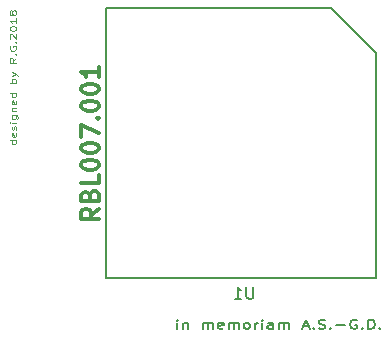
<source format=gbo>
%TF.GenerationSoftware,KiCad,Pcbnew,4.0.2+dfsg1-stable*%
%TF.CreationDate,2018-11-15T01:04:14+01:00*%
%TF.ProjectId,A600MPU-Adapter,413630304D50552D416461707465722E,rev?*%
%TF.FileFunction,Legend,Bot*%
%FSLAX46Y46*%
G04 Gerber Fmt 4.6, Leading zero omitted, Abs format (unit mm)*
G04 Created by KiCad (PCBNEW 4.0.2+dfsg1-stable) date Thu 15 Nov 2018 01:04:14 CET*
%MOMM*%
G01*
G04 APERTURE LIST*
%ADD10C,0.100000*%
%ADD11C,0.300000*%
%ADD12C,0.187500*%
%ADD13C,0.150000*%
G04 APERTURE END LIST*
D10*
D11*
X150538571Y-109675713D02*
X149824286Y-110175713D01*
X150538571Y-110532856D02*
X149038571Y-110532856D01*
X149038571Y-109961428D01*
X149110000Y-109818570D01*
X149181429Y-109747142D01*
X149324286Y-109675713D01*
X149538571Y-109675713D01*
X149681429Y-109747142D01*
X149752857Y-109818570D01*
X149824286Y-109961428D01*
X149824286Y-110532856D01*
X149752857Y-108532856D02*
X149824286Y-108318570D01*
X149895714Y-108247142D01*
X150038571Y-108175713D01*
X150252857Y-108175713D01*
X150395714Y-108247142D01*
X150467143Y-108318570D01*
X150538571Y-108461428D01*
X150538571Y-109032856D01*
X149038571Y-109032856D01*
X149038571Y-108532856D01*
X149110000Y-108389999D01*
X149181429Y-108318570D01*
X149324286Y-108247142D01*
X149467143Y-108247142D01*
X149610000Y-108318570D01*
X149681429Y-108389999D01*
X149752857Y-108532856D01*
X149752857Y-109032856D01*
X150538571Y-106818570D02*
X150538571Y-107532856D01*
X149038571Y-107532856D01*
X149038571Y-106032856D02*
X149038571Y-105889999D01*
X149110000Y-105747142D01*
X149181429Y-105675713D01*
X149324286Y-105604284D01*
X149610000Y-105532856D01*
X149967143Y-105532856D01*
X150252857Y-105604284D01*
X150395714Y-105675713D01*
X150467143Y-105747142D01*
X150538571Y-105889999D01*
X150538571Y-106032856D01*
X150467143Y-106175713D01*
X150395714Y-106247142D01*
X150252857Y-106318570D01*
X149967143Y-106389999D01*
X149610000Y-106389999D01*
X149324286Y-106318570D01*
X149181429Y-106247142D01*
X149110000Y-106175713D01*
X149038571Y-106032856D01*
X149038571Y-104604285D02*
X149038571Y-104461428D01*
X149110000Y-104318571D01*
X149181429Y-104247142D01*
X149324286Y-104175713D01*
X149610000Y-104104285D01*
X149967143Y-104104285D01*
X150252857Y-104175713D01*
X150395714Y-104247142D01*
X150467143Y-104318571D01*
X150538571Y-104461428D01*
X150538571Y-104604285D01*
X150467143Y-104747142D01*
X150395714Y-104818571D01*
X150252857Y-104889999D01*
X149967143Y-104961428D01*
X149610000Y-104961428D01*
X149324286Y-104889999D01*
X149181429Y-104818571D01*
X149110000Y-104747142D01*
X149038571Y-104604285D01*
X149038571Y-103604285D02*
X149038571Y-102604285D01*
X150538571Y-103247142D01*
X150395714Y-102032857D02*
X150467143Y-101961429D01*
X150538571Y-102032857D01*
X150467143Y-102104286D01*
X150395714Y-102032857D01*
X150538571Y-102032857D01*
X149038571Y-101032857D02*
X149038571Y-100890000D01*
X149110000Y-100747143D01*
X149181429Y-100675714D01*
X149324286Y-100604285D01*
X149610000Y-100532857D01*
X149967143Y-100532857D01*
X150252857Y-100604285D01*
X150395714Y-100675714D01*
X150467143Y-100747143D01*
X150538571Y-100890000D01*
X150538571Y-101032857D01*
X150467143Y-101175714D01*
X150395714Y-101247143D01*
X150252857Y-101318571D01*
X149967143Y-101390000D01*
X149610000Y-101390000D01*
X149324286Y-101318571D01*
X149181429Y-101247143D01*
X149110000Y-101175714D01*
X149038571Y-101032857D01*
X149038571Y-99604286D02*
X149038571Y-99461429D01*
X149110000Y-99318572D01*
X149181429Y-99247143D01*
X149324286Y-99175714D01*
X149610000Y-99104286D01*
X149967143Y-99104286D01*
X150252857Y-99175714D01*
X150395714Y-99247143D01*
X150467143Y-99318572D01*
X150538571Y-99461429D01*
X150538571Y-99604286D01*
X150467143Y-99747143D01*
X150395714Y-99818572D01*
X150252857Y-99890000D01*
X149967143Y-99961429D01*
X149610000Y-99961429D01*
X149324286Y-99890000D01*
X149181429Y-99818572D01*
X149110000Y-99747143D01*
X149038571Y-99604286D01*
X150538571Y-97675715D02*
X150538571Y-98532858D01*
X150538571Y-98104286D02*
X149038571Y-98104286D01*
X149252857Y-98247143D01*
X149395714Y-98390001D01*
X149467143Y-98532858D01*
D12*
X157163573Y-119846286D02*
X157163573Y-119346286D01*
X157163573Y-119096286D02*
X157115954Y-119132000D01*
X157163573Y-119167714D01*
X157211192Y-119132000D01*
X157163573Y-119096286D01*
X157163573Y-119167714D01*
X157639763Y-119346286D02*
X157639763Y-119846286D01*
X157639763Y-119417714D02*
X157687382Y-119382000D01*
X157782620Y-119346286D01*
X157925478Y-119346286D01*
X158020716Y-119382000D01*
X158068335Y-119453429D01*
X158068335Y-119846286D01*
X159306430Y-119846286D02*
X159306430Y-119346286D01*
X159306430Y-119417714D02*
X159354049Y-119382000D01*
X159449287Y-119346286D01*
X159592145Y-119346286D01*
X159687383Y-119382000D01*
X159735002Y-119453429D01*
X159735002Y-119846286D01*
X159735002Y-119453429D02*
X159782621Y-119382000D01*
X159877859Y-119346286D01*
X160020716Y-119346286D01*
X160115954Y-119382000D01*
X160163573Y-119453429D01*
X160163573Y-119846286D01*
X161020716Y-119810571D02*
X160925478Y-119846286D01*
X160735001Y-119846286D01*
X160639763Y-119810571D01*
X160592144Y-119739143D01*
X160592144Y-119453429D01*
X160639763Y-119382000D01*
X160735001Y-119346286D01*
X160925478Y-119346286D01*
X161020716Y-119382000D01*
X161068335Y-119453429D01*
X161068335Y-119524857D01*
X160592144Y-119596286D01*
X161496906Y-119846286D02*
X161496906Y-119346286D01*
X161496906Y-119417714D02*
X161544525Y-119382000D01*
X161639763Y-119346286D01*
X161782621Y-119346286D01*
X161877859Y-119382000D01*
X161925478Y-119453429D01*
X161925478Y-119846286D01*
X161925478Y-119453429D02*
X161973097Y-119382000D01*
X162068335Y-119346286D01*
X162211192Y-119346286D01*
X162306430Y-119382000D01*
X162354049Y-119453429D01*
X162354049Y-119846286D01*
X162973096Y-119846286D02*
X162877858Y-119810571D01*
X162830239Y-119774857D01*
X162782620Y-119703429D01*
X162782620Y-119489143D01*
X162830239Y-119417714D01*
X162877858Y-119382000D01*
X162973096Y-119346286D01*
X163115954Y-119346286D01*
X163211192Y-119382000D01*
X163258811Y-119417714D01*
X163306430Y-119489143D01*
X163306430Y-119703429D01*
X163258811Y-119774857D01*
X163211192Y-119810571D01*
X163115954Y-119846286D01*
X162973096Y-119846286D01*
X163735001Y-119846286D02*
X163735001Y-119346286D01*
X163735001Y-119489143D02*
X163782620Y-119417714D01*
X163830239Y-119382000D01*
X163925477Y-119346286D01*
X164020716Y-119346286D01*
X164354049Y-119846286D02*
X164354049Y-119346286D01*
X164354049Y-119096286D02*
X164306430Y-119132000D01*
X164354049Y-119167714D01*
X164401668Y-119132000D01*
X164354049Y-119096286D01*
X164354049Y-119167714D01*
X165258811Y-119846286D02*
X165258811Y-119453429D01*
X165211192Y-119382000D01*
X165115954Y-119346286D01*
X164925477Y-119346286D01*
X164830239Y-119382000D01*
X165258811Y-119810571D02*
X165163573Y-119846286D01*
X164925477Y-119846286D01*
X164830239Y-119810571D01*
X164782620Y-119739143D01*
X164782620Y-119667714D01*
X164830239Y-119596286D01*
X164925477Y-119560571D01*
X165163573Y-119560571D01*
X165258811Y-119524857D01*
X165735001Y-119846286D02*
X165735001Y-119346286D01*
X165735001Y-119417714D02*
X165782620Y-119382000D01*
X165877858Y-119346286D01*
X166020716Y-119346286D01*
X166115954Y-119382000D01*
X166163573Y-119453429D01*
X166163573Y-119846286D01*
X166163573Y-119453429D02*
X166211192Y-119382000D01*
X166306430Y-119346286D01*
X166449287Y-119346286D01*
X166544525Y-119382000D01*
X166592144Y-119453429D01*
X166592144Y-119846286D01*
X167782620Y-119632000D02*
X168258811Y-119632000D01*
X167687382Y-119846286D02*
X168020715Y-119096286D01*
X168354049Y-119846286D01*
X168687382Y-119774857D02*
X168735001Y-119810571D01*
X168687382Y-119846286D01*
X168639763Y-119810571D01*
X168687382Y-119774857D01*
X168687382Y-119846286D01*
X169115953Y-119810571D02*
X169258810Y-119846286D01*
X169496906Y-119846286D01*
X169592144Y-119810571D01*
X169639763Y-119774857D01*
X169687382Y-119703429D01*
X169687382Y-119632000D01*
X169639763Y-119560571D01*
X169592144Y-119524857D01*
X169496906Y-119489143D01*
X169306429Y-119453429D01*
X169211191Y-119417714D01*
X169163572Y-119382000D01*
X169115953Y-119310571D01*
X169115953Y-119239143D01*
X169163572Y-119167714D01*
X169211191Y-119132000D01*
X169306429Y-119096286D01*
X169544525Y-119096286D01*
X169687382Y-119132000D01*
X170115953Y-119774857D02*
X170163572Y-119810571D01*
X170115953Y-119846286D01*
X170068334Y-119810571D01*
X170115953Y-119774857D01*
X170115953Y-119846286D01*
X170592143Y-119560571D02*
X171354048Y-119560571D01*
X172354048Y-119132000D02*
X172258810Y-119096286D01*
X172115953Y-119096286D01*
X171973095Y-119132000D01*
X171877857Y-119203429D01*
X171830238Y-119274857D01*
X171782619Y-119417714D01*
X171782619Y-119524857D01*
X171830238Y-119667714D01*
X171877857Y-119739143D01*
X171973095Y-119810571D01*
X172115953Y-119846286D01*
X172211191Y-119846286D01*
X172354048Y-119810571D01*
X172401667Y-119774857D01*
X172401667Y-119524857D01*
X172211191Y-119524857D01*
X172830238Y-119774857D02*
X172877857Y-119810571D01*
X172830238Y-119846286D01*
X172782619Y-119810571D01*
X172830238Y-119774857D01*
X172830238Y-119846286D01*
X173306428Y-119846286D02*
X173306428Y-119096286D01*
X173544523Y-119096286D01*
X173687381Y-119132000D01*
X173782619Y-119203429D01*
X173830238Y-119274857D01*
X173877857Y-119417714D01*
X173877857Y-119524857D01*
X173830238Y-119667714D01*
X173782619Y-119739143D01*
X173687381Y-119810571D01*
X173544523Y-119846286D01*
X173306428Y-119846286D01*
X174306428Y-119774857D02*
X174354047Y-119810571D01*
X174306428Y-119846286D01*
X174258809Y-119810571D01*
X174306428Y-119774857D01*
X174306428Y-119846286D01*
D10*
X143482190Y-103885332D02*
X142982190Y-103885332D01*
X143458381Y-103885332D02*
X143482190Y-103951999D01*
X143482190Y-104085332D01*
X143458381Y-104151999D01*
X143434571Y-104185332D01*
X143386952Y-104218666D01*
X143244095Y-104218666D01*
X143196476Y-104185332D01*
X143172667Y-104151999D01*
X143148857Y-104085332D01*
X143148857Y-103951999D01*
X143172667Y-103885332D01*
X143458381Y-103285333D02*
X143482190Y-103351999D01*
X143482190Y-103485333D01*
X143458381Y-103551999D01*
X143410762Y-103585333D01*
X143220286Y-103585333D01*
X143172667Y-103551999D01*
X143148857Y-103485333D01*
X143148857Y-103351999D01*
X143172667Y-103285333D01*
X143220286Y-103251999D01*
X143267905Y-103251999D01*
X143315524Y-103585333D01*
X143458381Y-102985333D02*
X143482190Y-102918666D01*
X143482190Y-102785333D01*
X143458381Y-102718666D01*
X143410762Y-102685333D01*
X143386952Y-102685333D01*
X143339333Y-102718666D01*
X143315524Y-102785333D01*
X143315524Y-102885333D01*
X143291714Y-102951999D01*
X143244095Y-102985333D01*
X143220286Y-102985333D01*
X143172667Y-102951999D01*
X143148857Y-102885333D01*
X143148857Y-102785333D01*
X143172667Y-102718666D01*
X143482190Y-102385332D02*
X143148857Y-102385332D01*
X142982190Y-102385332D02*
X143006000Y-102418666D01*
X143029810Y-102385332D01*
X143006000Y-102351999D01*
X142982190Y-102385332D01*
X143029810Y-102385332D01*
X143148857Y-101751999D02*
X143553619Y-101751999D01*
X143601238Y-101785333D01*
X143625048Y-101818666D01*
X143648857Y-101885333D01*
X143648857Y-101985333D01*
X143625048Y-102051999D01*
X143458381Y-101751999D02*
X143482190Y-101818666D01*
X143482190Y-101951999D01*
X143458381Y-102018666D01*
X143434571Y-102051999D01*
X143386952Y-102085333D01*
X143244095Y-102085333D01*
X143196476Y-102051999D01*
X143172667Y-102018666D01*
X143148857Y-101951999D01*
X143148857Y-101818666D01*
X143172667Y-101751999D01*
X143148857Y-101418666D02*
X143482190Y-101418666D01*
X143196476Y-101418666D02*
X143172667Y-101385333D01*
X143148857Y-101318666D01*
X143148857Y-101218666D01*
X143172667Y-101152000D01*
X143220286Y-101118666D01*
X143482190Y-101118666D01*
X143458381Y-100518667D02*
X143482190Y-100585333D01*
X143482190Y-100718667D01*
X143458381Y-100785333D01*
X143410762Y-100818667D01*
X143220286Y-100818667D01*
X143172667Y-100785333D01*
X143148857Y-100718667D01*
X143148857Y-100585333D01*
X143172667Y-100518667D01*
X143220286Y-100485333D01*
X143267905Y-100485333D01*
X143315524Y-100818667D01*
X143482190Y-99885333D02*
X142982190Y-99885333D01*
X143458381Y-99885333D02*
X143482190Y-99952000D01*
X143482190Y-100085333D01*
X143458381Y-100152000D01*
X143434571Y-100185333D01*
X143386952Y-100218667D01*
X143244095Y-100218667D01*
X143196476Y-100185333D01*
X143172667Y-100152000D01*
X143148857Y-100085333D01*
X143148857Y-99952000D01*
X143172667Y-99885333D01*
X143482190Y-99018667D02*
X142982190Y-99018667D01*
X143172667Y-99018667D02*
X143148857Y-98952001D01*
X143148857Y-98818667D01*
X143172667Y-98752001D01*
X143196476Y-98718667D01*
X143244095Y-98685334D01*
X143386952Y-98685334D01*
X143434571Y-98718667D01*
X143458381Y-98752001D01*
X143482190Y-98818667D01*
X143482190Y-98952001D01*
X143458381Y-99018667D01*
X143148857Y-98452001D02*
X143482190Y-98285334D01*
X143148857Y-98118668D02*
X143482190Y-98285334D01*
X143601238Y-98352001D01*
X143625048Y-98385334D01*
X143648857Y-98452001D01*
X143482190Y-96918668D02*
X143244095Y-97152002D01*
X143482190Y-97318668D02*
X142982190Y-97318668D01*
X142982190Y-97052002D01*
X143006000Y-96985335D01*
X143029810Y-96952002D01*
X143077429Y-96918668D01*
X143148857Y-96918668D01*
X143196476Y-96952002D01*
X143220286Y-96985335D01*
X143244095Y-97052002D01*
X143244095Y-97318668D01*
X143434571Y-96618668D02*
X143458381Y-96585335D01*
X143482190Y-96618668D01*
X143458381Y-96652002D01*
X143434571Y-96618668D01*
X143482190Y-96618668D01*
X143006000Y-95918669D02*
X142982190Y-95985335D01*
X142982190Y-96085335D01*
X143006000Y-96185335D01*
X143053619Y-96252002D01*
X143101238Y-96285335D01*
X143196476Y-96318669D01*
X143267905Y-96318669D01*
X143363143Y-96285335D01*
X143410762Y-96252002D01*
X143458381Y-96185335D01*
X143482190Y-96085335D01*
X143482190Y-96018669D01*
X143458381Y-95918669D01*
X143434571Y-95885335D01*
X143267905Y-95885335D01*
X143267905Y-96018669D01*
X143434571Y-95585335D02*
X143458381Y-95552002D01*
X143482190Y-95585335D01*
X143458381Y-95618669D01*
X143434571Y-95585335D01*
X143482190Y-95585335D01*
X143029810Y-95285336D02*
X143006000Y-95252002D01*
X142982190Y-95185336D01*
X142982190Y-95018669D01*
X143006000Y-94952002D01*
X143029810Y-94918669D01*
X143077429Y-94885336D01*
X143125048Y-94885336D01*
X143196476Y-94918669D01*
X143482190Y-95318669D01*
X143482190Y-94885336D01*
X142982190Y-94452002D02*
X142982190Y-94385335D01*
X143006000Y-94318669D01*
X143029810Y-94285335D01*
X143077429Y-94252002D01*
X143172667Y-94218669D01*
X143291714Y-94218669D01*
X143386952Y-94252002D01*
X143434571Y-94285335D01*
X143458381Y-94318669D01*
X143482190Y-94385335D01*
X143482190Y-94452002D01*
X143458381Y-94518669D01*
X143434571Y-94552002D01*
X143386952Y-94585335D01*
X143291714Y-94618669D01*
X143172667Y-94618669D01*
X143077429Y-94585335D01*
X143029810Y-94552002D01*
X143006000Y-94518669D01*
X142982190Y-94452002D01*
X143482190Y-93552002D02*
X143482190Y-93952002D01*
X143482190Y-93752002D02*
X142982190Y-93752002D01*
X143053619Y-93818668D01*
X143101238Y-93885335D01*
X143125048Y-93952002D01*
X143196476Y-93152001D02*
X143172667Y-93218668D01*
X143148857Y-93252001D01*
X143101238Y-93285335D01*
X143077429Y-93285335D01*
X143029810Y-93252001D01*
X143006000Y-93218668D01*
X142982190Y-93152001D01*
X142982190Y-93018668D01*
X143006000Y-92952001D01*
X143029810Y-92918668D01*
X143077429Y-92885335D01*
X143101238Y-92885335D01*
X143148857Y-92918668D01*
X143172667Y-92952001D01*
X143196476Y-93018668D01*
X143196476Y-93152001D01*
X143220286Y-93218668D01*
X143244095Y-93252001D01*
X143291714Y-93285335D01*
X143386952Y-93285335D01*
X143434571Y-93252001D01*
X143458381Y-93218668D01*
X143482190Y-93152001D01*
X143482190Y-93018668D01*
X143458381Y-92952001D01*
X143434571Y-92918668D01*
X143386952Y-92885335D01*
X143291714Y-92885335D01*
X143244095Y-92918668D01*
X143220286Y-92952001D01*
X143196476Y-93018668D01*
D13*
X170180000Y-92710000D02*
X173990000Y-96520000D01*
X173990000Y-96520000D02*
X173990000Y-115570000D01*
X173990000Y-115570000D02*
X151130000Y-115570000D01*
X151130000Y-115570000D02*
X151130000Y-92710000D01*
X151130000Y-92710000D02*
X170180000Y-92710000D01*
X163575905Y-116292381D02*
X163575905Y-117101905D01*
X163528286Y-117197143D01*
X163480667Y-117244762D01*
X163385429Y-117292381D01*
X163194952Y-117292381D01*
X163099714Y-117244762D01*
X163052095Y-117197143D01*
X163004476Y-117101905D01*
X163004476Y-116292381D01*
X162004476Y-117292381D02*
X162575905Y-117292381D01*
X162290191Y-117292381D02*
X162290191Y-116292381D01*
X162385429Y-116435238D01*
X162480667Y-116530476D01*
X162575905Y-116578095D01*
M02*

</source>
